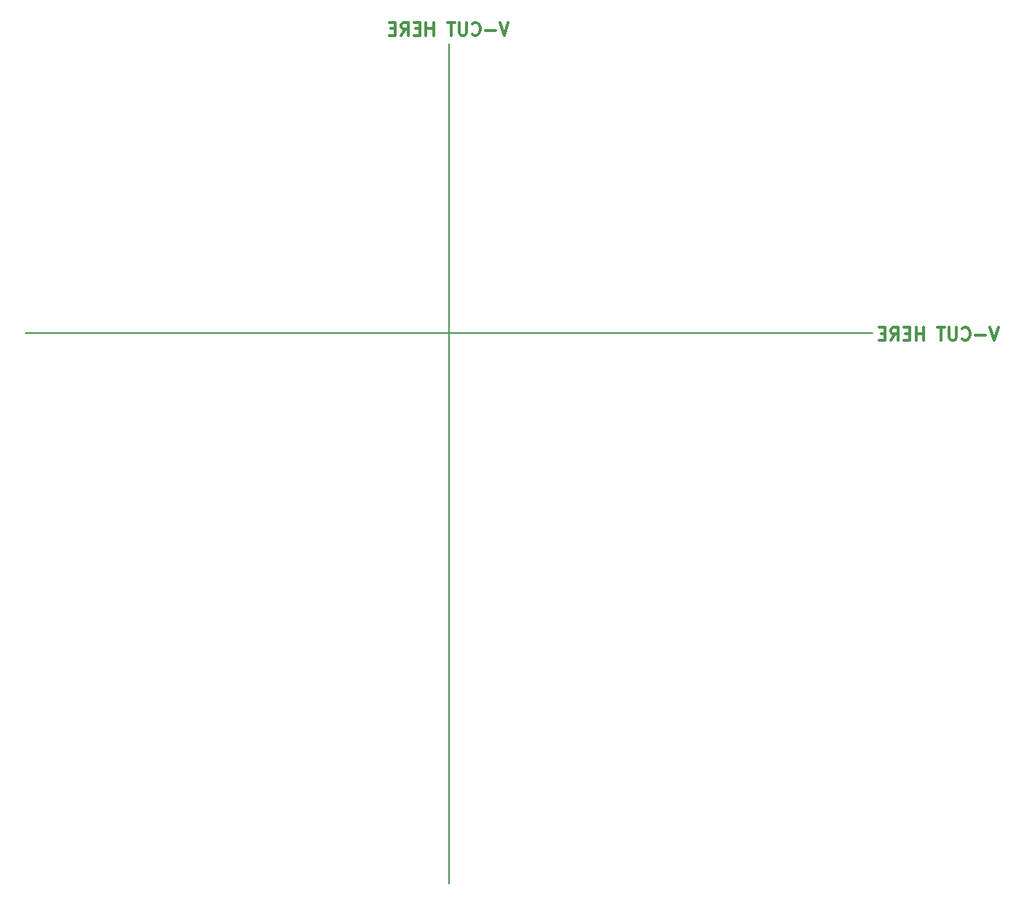
<source format=gko>
G04 #@! TF.FileFunction,Profile,NP*
%FSLAX46Y46*%
G04 Gerber Fmt 4.6, Leading zero omitted, Abs format (unit mm)*
G04 Created by KiCad (PCBNEW 4.0.6) date 11/14/17 14:49:57*
%MOMM*%
%LPD*%
G01*
G04 APERTURE LIST*
%ADD10C,0.100000*%
%ADD11C,0.300000*%
%ADD12C,0.200000*%
G04 APERTURE END LIST*
D10*
D11*
X150526000Y-41096571D02*
X150026000Y-42596571D01*
X149526000Y-41096571D01*
X149026000Y-42025143D02*
X147883143Y-42025143D01*
X146311714Y-42453714D02*
X146383143Y-42525143D01*
X146597429Y-42596571D01*
X146740286Y-42596571D01*
X146954571Y-42525143D01*
X147097429Y-42382286D01*
X147168857Y-42239429D01*
X147240286Y-41953714D01*
X147240286Y-41739429D01*
X147168857Y-41453714D01*
X147097429Y-41310857D01*
X146954571Y-41168000D01*
X146740286Y-41096571D01*
X146597429Y-41096571D01*
X146383143Y-41168000D01*
X146311714Y-41239429D01*
X145668857Y-41096571D02*
X145668857Y-42310857D01*
X145597429Y-42453714D01*
X145526000Y-42525143D01*
X145383143Y-42596571D01*
X145097429Y-42596571D01*
X144954571Y-42525143D01*
X144883143Y-42453714D01*
X144811714Y-42310857D01*
X144811714Y-41096571D01*
X144311714Y-41096571D02*
X143454571Y-41096571D01*
X143883142Y-42596571D02*
X143883142Y-41096571D01*
X141811714Y-42596571D02*
X141811714Y-41096571D01*
X141811714Y-41810857D02*
X140954571Y-41810857D01*
X140954571Y-42596571D02*
X140954571Y-41096571D01*
X140240285Y-41810857D02*
X139740285Y-41810857D01*
X139525999Y-42596571D02*
X140240285Y-42596571D01*
X140240285Y-41096571D01*
X139525999Y-41096571D01*
X138025999Y-42596571D02*
X138525999Y-41882286D01*
X138883142Y-42596571D02*
X138883142Y-41096571D01*
X138311714Y-41096571D01*
X138168856Y-41168000D01*
X138097428Y-41239429D01*
X138025999Y-41382286D01*
X138025999Y-41596571D01*
X138097428Y-41739429D01*
X138168856Y-41810857D01*
X138311714Y-41882286D01*
X138883142Y-41882286D01*
X137383142Y-41810857D02*
X136883142Y-41810857D01*
X136668856Y-42596571D02*
X137383142Y-42596571D01*
X137383142Y-41096571D01*
X136668856Y-41096571D01*
D12*
X143626000Y-43568000D02*
X143626000Y-141368000D01*
D11*
X207526000Y-76596571D02*
X207026000Y-78096571D01*
X206526000Y-76596571D01*
X206026000Y-77525143D02*
X204883143Y-77525143D01*
X203311714Y-77953714D02*
X203383143Y-78025143D01*
X203597429Y-78096571D01*
X203740286Y-78096571D01*
X203954571Y-78025143D01*
X204097429Y-77882286D01*
X204168857Y-77739429D01*
X204240286Y-77453714D01*
X204240286Y-77239429D01*
X204168857Y-76953714D01*
X204097429Y-76810857D01*
X203954571Y-76668000D01*
X203740286Y-76596571D01*
X203597429Y-76596571D01*
X203383143Y-76668000D01*
X203311714Y-76739429D01*
X202668857Y-76596571D02*
X202668857Y-77810857D01*
X202597429Y-77953714D01*
X202526000Y-78025143D01*
X202383143Y-78096571D01*
X202097429Y-78096571D01*
X201954571Y-78025143D01*
X201883143Y-77953714D01*
X201811714Y-77810857D01*
X201811714Y-76596571D01*
X201311714Y-76596571D02*
X200454571Y-76596571D01*
X200883142Y-78096571D02*
X200883142Y-76596571D01*
X198811714Y-78096571D02*
X198811714Y-76596571D01*
X198811714Y-77310857D02*
X197954571Y-77310857D01*
X197954571Y-78096571D02*
X197954571Y-76596571D01*
X197240285Y-77310857D02*
X196740285Y-77310857D01*
X196525999Y-78096571D02*
X197240285Y-78096571D01*
X197240285Y-76596571D01*
X196525999Y-76596571D01*
X195025999Y-78096571D02*
X195525999Y-77382286D01*
X195883142Y-78096571D02*
X195883142Y-76596571D01*
X195311714Y-76596571D01*
X195168856Y-76668000D01*
X195097428Y-76739429D01*
X195025999Y-76882286D01*
X195025999Y-77096571D01*
X195097428Y-77239429D01*
X195168856Y-77310857D01*
X195311714Y-77382286D01*
X195883142Y-77382286D01*
X194383142Y-77310857D02*
X193883142Y-77310857D01*
X193668856Y-78096571D02*
X194383142Y-78096571D01*
X194383142Y-76596571D01*
X193668856Y-76596571D01*
D12*
X94326000Y-77268000D02*
X192876000Y-77268000D01*
M02*

</source>
